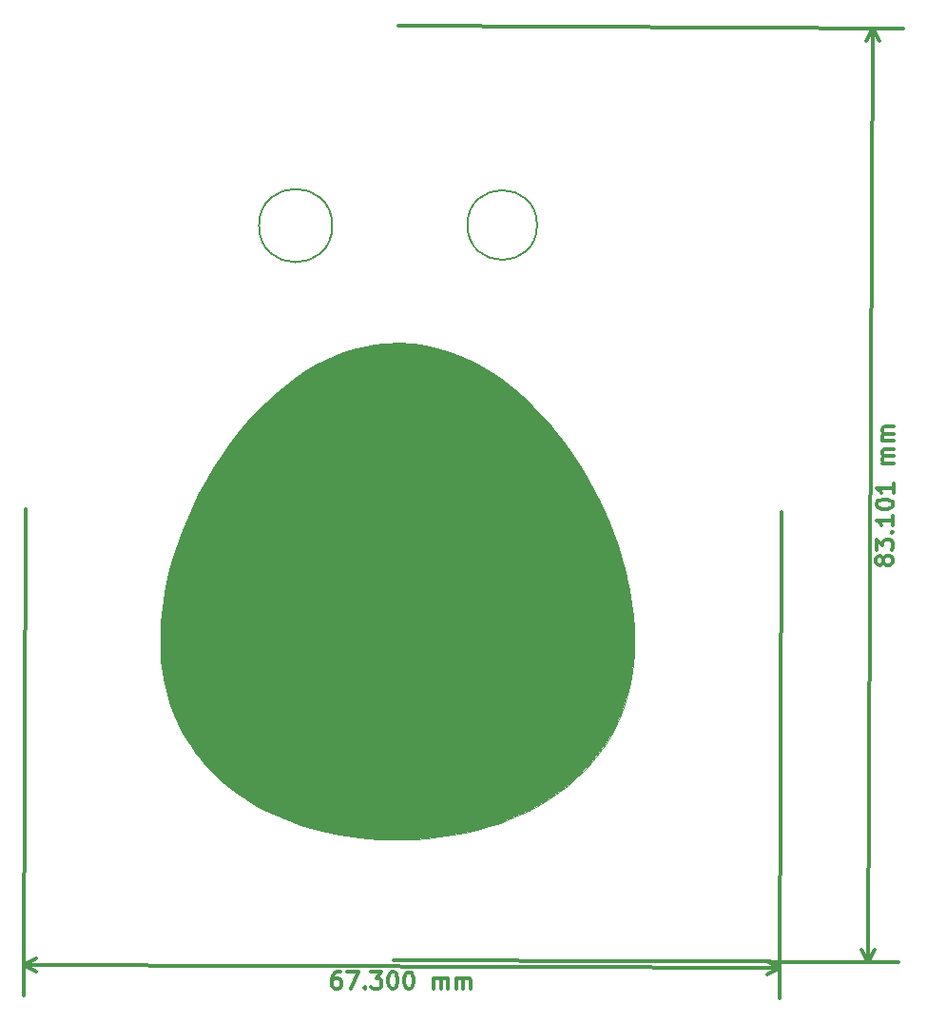
<source format=gbr>
G04 #@! TF.FileFunction,Legend,Top*
%FSLAX46Y46*%
G04 Gerber Fmt 4.6, Leading zero omitted, Abs format (unit mm)*
G04 Created by KiCad (PCBNEW 4.0.7) date 05/01/20 20:11:21*
%MOMM*%
%LPD*%
G01*
G04 APERTURE LIST*
%ADD10C,0.100000*%
%ADD11C,0.300000*%
%ADD12C,0.200000*%
%ADD13C,0.010000*%
G04 APERTURE END LIST*
D10*
D11*
X134182272Y-97537458D02*
X134110157Y-97679970D01*
X134038385Y-97751054D01*
X133895185Y-97821794D01*
X133823758Y-97821450D01*
X133681247Y-97749335D01*
X133610162Y-97677564D01*
X133539422Y-97534363D01*
X133540797Y-97248653D01*
X133612913Y-97106141D01*
X133684685Y-97035057D01*
X133827884Y-96964317D01*
X133899311Y-96964661D01*
X134041823Y-97036776D01*
X134112907Y-97108548D01*
X134183648Y-97251747D01*
X134182272Y-97537458D01*
X134253012Y-97680658D01*
X134324096Y-97752429D01*
X134466608Y-97824545D01*
X134752318Y-97825920D01*
X134895518Y-97755179D01*
X134967290Y-97684096D01*
X135039404Y-97541584D01*
X135040780Y-97255873D01*
X134970040Y-97112674D01*
X134898956Y-97040902D01*
X134756444Y-96968787D01*
X134470734Y-96967412D01*
X134327534Y-97038151D01*
X134255762Y-97109236D01*
X134183648Y-97251747D01*
X133544579Y-96462948D02*
X133549049Y-95534388D01*
X134118064Y-96037132D01*
X134119096Y-95822849D01*
X134191212Y-95680337D01*
X134262983Y-95609253D01*
X134406182Y-95538513D01*
X134763321Y-95540232D01*
X134905832Y-95612347D01*
X134976916Y-95684119D01*
X135047656Y-95827318D01*
X135045593Y-96255885D01*
X134973478Y-96398397D01*
X134901706Y-96469480D01*
X134909270Y-94898071D02*
X134981042Y-94826987D01*
X135052126Y-94898758D01*
X134980355Y-94969843D01*
X134909270Y-94898071D01*
X135052126Y-94898758D01*
X135059346Y-93398776D02*
X135055220Y-94255909D01*
X135057283Y-93827342D02*
X133557300Y-93820121D01*
X133770896Y-93964008D01*
X133913064Y-94107552D01*
X133983804Y-94250751D01*
X133563833Y-92462995D02*
X133564520Y-92320140D01*
X133636636Y-92177628D01*
X133708408Y-92106544D01*
X133851607Y-92035803D01*
X134137662Y-91965752D01*
X134494801Y-91967471D01*
X134780168Y-92040273D01*
X134922679Y-92112389D01*
X134993763Y-92184161D01*
X135064503Y-92327360D01*
X135063815Y-92470215D01*
X134991701Y-92612727D01*
X134919929Y-92683811D01*
X134776729Y-92754551D01*
X134490675Y-92824604D01*
X134133536Y-92822885D01*
X133848169Y-92750081D01*
X133705658Y-92677966D01*
X133634573Y-92606194D01*
X133563833Y-92462995D01*
X135073098Y-90541667D02*
X135068973Y-91398800D01*
X135071035Y-90970233D02*
X133571053Y-90963013D01*
X133784649Y-91106899D01*
X133926816Y-91250443D01*
X133997557Y-91393642D01*
X135081694Y-88755973D02*
X134081705Y-88751160D01*
X134224562Y-88751848D02*
X134153477Y-88680077D01*
X134082737Y-88536876D01*
X134083768Y-88322594D01*
X134155884Y-88180082D01*
X134299083Y-88109342D01*
X135084788Y-88113124D01*
X134299083Y-88109342D02*
X134156572Y-88037226D01*
X134085831Y-87894027D01*
X134086863Y-87679744D01*
X134158978Y-87537232D01*
X134302178Y-87466492D01*
X135087882Y-87470274D01*
X135091321Y-86755997D02*
X134091332Y-86751183D01*
X134234189Y-86751871D02*
X134163104Y-86680100D01*
X134092364Y-86536900D01*
X134093395Y-86322617D01*
X134165511Y-86180106D01*
X134308710Y-86109365D01*
X135094415Y-86113147D01*
X134308710Y-86109365D02*
X134166199Y-86037249D01*
X134095458Y-85894050D01*
X134096489Y-85679768D01*
X134168605Y-85537255D01*
X134311804Y-85466515D01*
X135097509Y-85470297D01*
X133239394Y-50053318D02*
X132839394Y-133153318D01*
X91000000Y-49850000D02*
X135939363Y-50066314D01*
X90600000Y-132950000D02*
X135539363Y-133166314D01*
X132839394Y-133153318D02*
X132258402Y-132024005D01*
X132839394Y-133153318D02*
X133431230Y-132029650D01*
X133239394Y-50053318D02*
X132647558Y-51176986D01*
X133239394Y-50053318D02*
X133820386Y-51182631D01*
X85797586Y-133994835D02*
X85511874Y-133993774D01*
X85368753Y-134064671D01*
X85297059Y-134135835D01*
X85153407Y-134349587D01*
X85080917Y-134635035D01*
X85078795Y-135206459D01*
X85149692Y-135349581D01*
X85220855Y-135421274D01*
X85363446Y-135493233D01*
X85649158Y-135494294D01*
X85792280Y-135423397D01*
X85863973Y-135352234D01*
X85935932Y-135209643D01*
X85937258Y-134852503D01*
X85866361Y-134709381D01*
X85795198Y-134637688D01*
X85652608Y-134565729D01*
X85366896Y-134564668D01*
X85223773Y-134635566D01*
X85152080Y-134706728D01*
X85080121Y-134849319D01*
X86440439Y-133997223D02*
X87440432Y-134000938D01*
X86792007Y-135498539D01*
X88006815Y-135360194D02*
X88077977Y-135431888D01*
X88006284Y-135503050D01*
X87935121Y-135431357D01*
X88006815Y-135360194D01*
X88006284Y-135503050D01*
X88583281Y-134005183D02*
X89511846Y-134008632D01*
X89009726Y-134578200D01*
X89224011Y-134578996D01*
X89366602Y-134650955D01*
X89437765Y-134722648D01*
X89508662Y-134865769D01*
X89507335Y-135222910D01*
X89435377Y-135365501D01*
X89363683Y-135436664D01*
X89220562Y-135507561D01*
X88791993Y-135505969D01*
X88649402Y-135434010D01*
X88578240Y-135362317D01*
X90440410Y-134012082D02*
X90583266Y-134012612D01*
X90725857Y-134084571D01*
X90797020Y-134156265D01*
X90867918Y-134299387D01*
X90938284Y-134585364D01*
X90936957Y-134942505D01*
X90864469Y-135227951D01*
X90792509Y-135370542D01*
X90720816Y-135441705D01*
X90577694Y-135512602D01*
X90434838Y-135512071D01*
X90292248Y-135440113D01*
X90221084Y-135368419D01*
X90150188Y-135225298D01*
X90079820Y-134939321D01*
X90081147Y-134582180D01*
X90153637Y-134296733D01*
X90225595Y-134154143D01*
X90297289Y-134082979D01*
X90440410Y-134012082D01*
X91868971Y-134017388D02*
X92011827Y-134017919D01*
X92154418Y-134089878D01*
X92225581Y-134161572D01*
X92296479Y-134304693D01*
X92366845Y-134590671D01*
X92365519Y-134947811D01*
X92293030Y-135233258D01*
X92221071Y-135375849D01*
X92149377Y-135447012D01*
X92006255Y-135517909D01*
X91863399Y-135517378D01*
X91720809Y-135445420D01*
X91649646Y-135373726D01*
X91578749Y-135230605D01*
X91508382Y-134944627D01*
X91509708Y-134587487D01*
X91582198Y-134302040D01*
X91654156Y-134159449D01*
X91725850Y-134088286D01*
X91868971Y-134017388D01*
X94149098Y-135525869D02*
X94152812Y-134525876D01*
X94152282Y-134668733D02*
X94223974Y-134597569D01*
X94367097Y-134526672D01*
X94581380Y-134527468D01*
X94723971Y-134599427D01*
X94794869Y-134742548D01*
X94791950Y-135528257D01*
X94794869Y-134742548D02*
X94866828Y-134599957D01*
X95009949Y-134529060D01*
X95224233Y-134529856D01*
X95366825Y-134601815D01*
X95437721Y-134744936D01*
X95434803Y-135530645D01*
X96149084Y-135533298D02*
X96152798Y-134533305D01*
X96152268Y-134676162D02*
X96223961Y-134604999D01*
X96367083Y-134534101D01*
X96581367Y-134534897D01*
X96723957Y-134606856D01*
X96794855Y-134749978D01*
X96791936Y-135535686D01*
X96794855Y-134749978D02*
X96866814Y-134607387D01*
X97009936Y-134536489D01*
X97224219Y-134537285D01*
X97366811Y-134609244D01*
X97437708Y-134752366D01*
X97434789Y-135538074D01*
X57649511Y-133361699D02*
X124949511Y-133611699D01*
X57800000Y-92850000D02*
X57639481Y-136061680D01*
X125100000Y-93100000D02*
X124939481Y-136311680D01*
X124949511Y-133611699D02*
X123820837Y-134193931D01*
X124949511Y-133611699D02*
X123825193Y-133021098D01*
X57649511Y-133361699D02*
X58773829Y-133952300D01*
X57649511Y-133361699D02*
X58778185Y-132779467D01*
D12*
X103350403Y-67550000D02*
G75*
G03X103350403Y-67550000I-3100403J0D01*
G01*
X85112668Y-67600000D02*
G75*
G03X85112668Y-67600000I-3262668J0D01*
G01*
D13*
G36*
X91398249Y-78049251D02*
X91757104Y-78063158D01*
X92108515Y-78088520D01*
X92470988Y-78126400D01*
X92863026Y-78177862D01*
X92916375Y-78185496D01*
X93813917Y-78346329D01*
X94712925Y-78569636D01*
X95611396Y-78854483D01*
X96507325Y-79199939D01*
X97398709Y-79605072D01*
X98283545Y-80068950D01*
X99159830Y-80590641D01*
X100025558Y-81169212D01*
X100878728Y-81803731D01*
X101139625Y-82011064D01*
X101802217Y-82569269D01*
X102471756Y-83178846D01*
X103138401Y-83829924D01*
X103792315Y-84512635D01*
X104423660Y-85217107D01*
X104904885Y-85788511D01*
X105630894Y-86715508D01*
X106336654Y-87695536D01*
X107016876Y-88719913D01*
X107666269Y-89779957D01*
X108279541Y-90866984D01*
X108851403Y-91972313D01*
X109376565Y-93087262D01*
X109441754Y-93233875D01*
X109787964Y-94052840D01*
X110121413Y-94910211D01*
X110436924Y-95790548D01*
X110729322Y-96678415D01*
X110993432Y-97558373D01*
X111224078Y-98414982D01*
X111342368Y-98903186D01*
X111585123Y-100062678D01*
X111773661Y-101208356D01*
X111907828Y-102337561D01*
X111987470Y-103447634D01*
X112012437Y-104535915D01*
X111982573Y-105599744D01*
X111897726Y-106636464D01*
X111821629Y-107235625D01*
X111644639Y-108249217D01*
X111410819Y-109235180D01*
X111120927Y-110192645D01*
X110775716Y-111120747D01*
X110375943Y-112018618D01*
X109922364Y-112885393D01*
X109415733Y-113720204D01*
X108856807Y-114522185D01*
X108246340Y-115290469D01*
X107585089Y-116024189D01*
X106873809Y-116722480D01*
X106113255Y-117384473D01*
X105304183Y-118009303D01*
X104447349Y-118596103D01*
X103543508Y-119144007D01*
X102593415Y-119652146D01*
X101597826Y-120119656D01*
X100557497Y-120545669D01*
X100057778Y-120729722D01*
X99055063Y-121058340D01*
X98008355Y-121347501D01*
X96924096Y-121596332D01*
X95808725Y-121803961D01*
X94668686Y-121969514D01*
X93510417Y-122092118D01*
X92340362Y-122170899D01*
X91164960Y-122204986D01*
X89990653Y-122193503D01*
X89423875Y-122171286D01*
X88168499Y-122084186D01*
X86938744Y-121947469D01*
X85736529Y-121761765D01*
X84563778Y-121527704D01*
X83422410Y-121245917D01*
X82314348Y-120917033D01*
X81241513Y-120541683D01*
X80205827Y-120120497D01*
X79209209Y-119654105D01*
X78253583Y-119143138D01*
X77340870Y-118588225D01*
X76472990Y-117989997D01*
X76312484Y-117870862D01*
X75658577Y-117352111D01*
X75018012Y-116789932D01*
X74401596Y-116195058D01*
X73820133Y-115578222D01*
X73284428Y-114950156D01*
X72982432Y-114563046D01*
X72417290Y-113758818D01*
X71906527Y-112922392D01*
X71450390Y-112054772D01*
X71049130Y-111156959D01*
X70702995Y-110229957D01*
X70412233Y-109274768D01*
X70177094Y-108292394D01*
X69997826Y-107283839D01*
X69874679Y-106250104D01*
X69807901Y-105192192D01*
X69797741Y-104111107D01*
X69844447Y-103007849D01*
X69913629Y-102198388D01*
X70068244Y-100986667D01*
X70281607Y-99768653D01*
X70551756Y-98548114D01*
X70876734Y-97328815D01*
X71254580Y-96114526D01*
X71683335Y-94909012D01*
X72161039Y-93716042D01*
X72685733Y-92539383D01*
X73255457Y-91382802D01*
X73868252Y-90250067D01*
X74522159Y-89144945D01*
X75215218Y-88071203D01*
X75945469Y-87032609D01*
X76710953Y-86032931D01*
X77509710Y-85075934D01*
X78339782Y-84165388D01*
X79199208Y-83305058D01*
X80086029Y-82498714D01*
X80219353Y-82384304D01*
X81059390Y-81703279D01*
X81915438Y-81076834D01*
X82785365Y-80506034D01*
X83667041Y-79991943D01*
X84558334Y-79535624D01*
X85457114Y-79138143D01*
X86361249Y-78800563D01*
X87268610Y-78523949D01*
X88177065Y-78309364D01*
X88501731Y-78247899D01*
X88841879Y-78190731D01*
X89152530Y-78145748D01*
X89451090Y-78111309D01*
X89754966Y-78085773D01*
X90081562Y-78067499D01*
X90448285Y-78054846D01*
X90584187Y-78051555D01*
X91013445Y-78045738D01*
X91398249Y-78049251D01*
X91398249Y-78049251D01*
G37*
X91398249Y-78049251D02*
X91757104Y-78063158D01*
X92108515Y-78088520D01*
X92470988Y-78126400D01*
X92863026Y-78177862D01*
X92916375Y-78185496D01*
X93813917Y-78346329D01*
X94712925Y-78569636D01*
X95611396Y-78854483D01*
X96507325Y-79199939D01*
X97398709Y-79605072D01*
X98283545Y-80068950D01*
X99159830Y-80590641D01*
X100025558Y-81169212D01*
X100878728Y-81803731D01*
X101139625Y-82011064D01*
X101802217Y-82569269D01*
X102471756Y-83178846D01*
X103138401Y-83829924D01*
X103792315Y-84512635D01*
X104423660Y-85217107D01*
X104904885Y-85788511D01*
X105630894Y-86715508D01*
X106336654Y-87695536D01*
X107016876Y-88719913D01*
X107666269Y-89779957D01*
X108279541Y-90866984D01*
X108851403Y-91972313D01*
X109376565Y-93087262D01*
X109441754Y-93233875D01*
X109787964Y-94052840D01*
X110121413Y-94910211D01*
X110436924Y-95790548D01*
X110729322Y-96678415D01*
X110993432Y-97558373D01*
X111224078Y-98414982D01*
X111342368Y-98903186D01*
X111585123Y-100062678D01*
X111773661Y-101208356D01*
X111907828Y-102337561D01*
X111987470Y-103447634D01*
X112012437Y-104535915D01*
X111982573Y-105599744D01*
X111897726Y-106636464D01*
X111821629Y-107235625D01*
X111644639Y-108249217D01*
X111410819Y-109235180D01*
X111120927Y-110192645D01*
X110775716Y-111120747D01*
X110375943Y-112018618D01*
X109922364Y-112885393D01*
X109415733Y-113720204D01*
X108856807Y-114522185D01*
X108246340Y-115290469D01*
X107585089Y-116024189D01*
X106873809Y-116722480D01*
X106113255Y-117384473D01*
X105304183Y-118009303D01*
X104447349Y-118596103D01*
X103543508Y-119144007D01*
X102593415Y-119652146D01*
X101597826Y-120119656D01*
X100557497Y-120545669D01*
X100057778Y-120729722D01*
X99055063Y-121058340D01*
X98008355Y-121347501D01*
X96924096Y-121596332D01*
X95808725Y-121803961D01*
X94668686Y-121969514D01*
X93510417Y-122092118D01*
X92340362Y-122170899D01*
X91164960Y-122204986D01*
X89990653Y-122193503D01*
X89423875Y-122171286D01*
X88168499Y-122084186D01*
X86938744Y-121947469D01*
X85736529Y-121761765D01*
X84563778Y-121527704D01*
X83422410Y-121245917D01*
X82314348Y-120917033D01*
X81241513Y-120541683D01*
X80205827Y-120120497D01*
X79209209Y-119654105D01*
X78253583Y-119143138D01*
X77340870Y-118588225D01*
X76472990Y-117989997D01*
X76312484Y-117870862D01*
X75658577Y-117352111D01*
X75018012Y-116789932D01*
X74401596Y-116195058D01*
X73820133Y-115578222D01*
X73284428Y-114950156D01*
X72982432Y-114563046D01*
X72417290Y-113758818D01*
X71906527Y-112922392D01*
X71450390Y-112054772D01*
X71049130Y-111156959D01*
X70702995Y-110229957D01*
X70412233Y-109274768D01*
X70177094Y-108292394D01*
X69997826Y-107283839D01*
X69874679Y-106250104D01*
X69807901Y-105192192D01*
X69797741Y-104111107D01*
X69844447Y-103007849D01*
X69913629Y-102198388D01*
X70068244Y-100986667D01*
X70281607Y-99768653D01*
X70551756Y-98548114D01*
X70876734Y-97328815D01*
X71254580Y-96114526D01*
X71683335Y-94909012D01*
X72161039Y-93716042D01*
X72685733Y-92539383D01*
X73255457Y-91382802D01*
X73868252Y-90250067D01*
X74522159Y-89144945D01*
X75215218Y-88071203D01*
X75945469Y-87032609D01*
X76710953Y-86032931D01*
X77509710Y-85075934D01*
X78339782Y-84165388D01*
X79199208Y-83305058D01*
X80086029Y-82498714D01*
X80219353Y-82384304D01*
X81059390Y-81703279D01*
X81915438Y-81076834D01*
X82785365Y-80506034D01*
X83667041Y-79991943D01*
X84558334Y-79535624D01*
X85457114Y-79138143D01*
X86361249Y-78800563D01*
X87268610Y-78523949D01*
X88177065Y-78309364D01*
X88501731Y-78247899D01*
X88841879Y-78190731D01*
X89152530Y-78145748D01*
X89451090Y-78111309D01*
X89754966Y-78085773D01*
X90081562Y-78067499D01*
X90448285Y-78054846D01*
X90584187Y-78051555D01*
X91013445Y-78045738D01*
X91398249Y-78049251D01*
M02*

</source>
